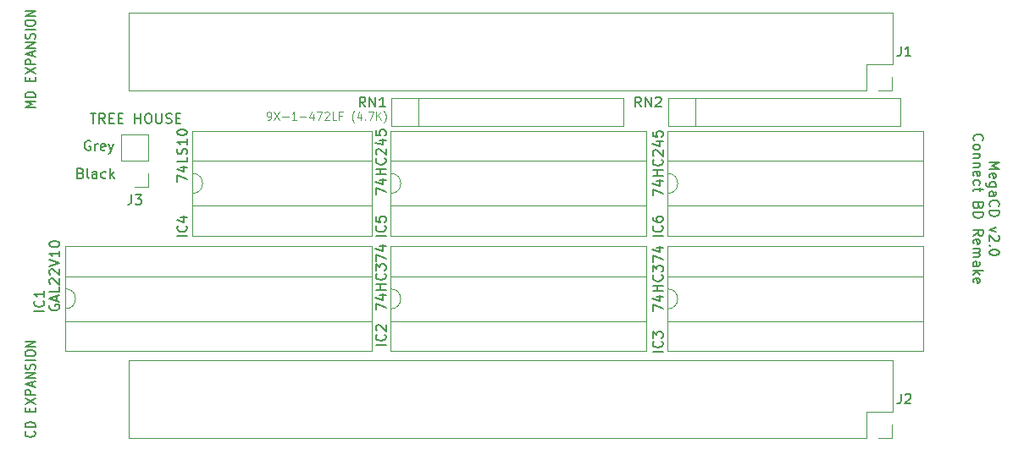
<source format=gto>
G04 #@! TF.GenerationSoftware,KiCad,Pcbnew,7.0.1-0*
G04 #@! TF.CreationDate,2023-05-14T20:02:35+01:00*
G04 #@! TF.ProjectId,MegaCD-Connect BD Remake,4d656761-4344-42d4-936f-6e6e65637420,rev?*
G04 #@! TF.SameCoordinates,Original*
G04 #@! TF.FileFunction,Legend,Top*
G04 #@! TF.FilePolarity,Positive*
%FSLAX46Y46*%
G04 Gerber Fmt 4.6, Leading zero omitted, Abs format (unit mm)*
G04 Created by KiCad (PCBNEW 7.0.1-0) date 2023-05-14 20:02:35*
%MOMM*%
%LPD*%
G01*
G04 APERTURE LIST*
%ADD10C,0.150000*%
%ADD11C,0.120000*%
%ADD12R,1.600000X2.400000*%
%ADD13O,1.600000X2.400000*%
%ADD14R,1.700000X1.700000*%
%ADD15O,1.700000X1.700000*%
%ADD16R,1.600000X1.600000*%
%ADD17O,1.600000X1.600000*%
G04 APERTURE END LIST*
D10*
X113918904Y-86555238D02*
X113823666Y-86507619D01*
X113823666Y-86507619D02*
X113680809Y-86507619D01*
X113680809Y-86507619D02*
X113537952Y-86555238D01*
X113537952Y-86555238D02*
X113442714Y-86650476D01*
X113442714Y-86650476D02*
X113395095Y-86745714D01*
X113395095Y-86745714D02*
X113347476Y-86936190D01*
X113347476Y-86936190D02*
X113347476Y-87079047D01*
X113347476Y-87079047D02*
X113395095Y-87269523D01*
X113395095Y-87269523D02*
X113442714Y-87364761D01*
X113442714Y-87364761D02*
X113537952Y-87460000D01*
X113537952Y-87460000D02*
X113680809Y-87507619D01*
X113680809Y-87507619D02*
X113776047Y-87507619D01*
X113776047Y-87507619D02*
X113918904Y-87460000D01*
X113918904Y-87460000D02*
X113966523Y-87412380D01*
X113966523Y-87412380D02*
X113966523Y-87079047D01*
X113966523Y-87079047D02*
X113776047Y-87079047D01*
X114395095Y-87507619D02*
X114395095Y-86840952D01*
X114395095Y-87031428D02*
X114442714Y-86936190D01*
X114442714Y-86936190D02*
X114490333Y-86888571D01*
X114490333Y-86888571D02*
X114585571Y-86840952D01*
X114585571Y-86840952D02*
X114680809Y-86840952D01*
X115395095Y-87460000D02*
X115299857Y-87507619D01*
X115299857Y-87507619D02*
X115109381Y-87507619D01*
X115109381Y-87507619D02*
X115014143Y-87460000D01*
X115014143Y-87460000D02*
X114966524Y-87364761D01*
X114966524Y-87364761D02*
X114966524Y-86983809D01*
X114966524Y-86983809D02*
X115014143Y-86888571D01*
X115014143Y-86888571D02*
X115109381Y-86840952D01*
X115109381Y-86840952D02*
X115299857Y-86840952D01*
X115299857Y-86840952D02*
X115395095Y-86888571D01*
X115395095Y-86888571D02*
X115442714Y-86983809D01*
X115442714Y-86983809D02*
X115442714Y-87079047D01*
X115442714Y-87079047D02*
X114966524Y-87174285D01*
X115776048Y-86840952D02*
X116014143Y-87507619D01*
X116252238Y-86840952D02*
X116014143Y-87507619D01*
X116014143Y-87507619D02*
X115918905Y-87745714D01*
X115918905Y-87745714D02*
X115871286Y-87793333D01*
X115871286Y-87793333D02*
X115776048Y-87840952D01*
X203799380Y-88725952D02*
X204799380Y-88725952D01*
X204799380Y-88725952D02*
X204085095Y-89059285D01*
X204085095Y-89059285D02*
X204799380Y-89392618D01*
X204799380Y-89392618D02*
X203799380Y-89392618D01*
X203847000Y-90249761D02*
X203799380Y-90154523D01*
X203799380Y-90154523D02*
X203799380Y-89964047D01*
X203799380Y-89964047D02*
X203847000Y-89868809D01*
X203847000Y-89868809D02*
X203942238Y-89821190D01*
X203942238Y-89821190D02*
X204323190Y-89821190D01*
X204323190Y-89821190D02*
X204418428Y-89868809D01*
X204418428Y-89868809D02*
X204466047Y-89964047D01*
X204466047Y-89964047D02*
X204466047Y-90154523D01*
X204466047Y-90154523D02*
X204418428Y-90249761D01*
X204418428Y-90249761D02*
X204323190Y-90297380D01*
X204323190Y-90297380D02*
X204227952Y-90297380D01*
X204227952Y-90297380D02*
X204132714Y-89821190D01*
X204466047Y-91154523D02*
X203656523Y-91154523D01*
X203656523Y-91154523D02*
X203561285Y-91106904D01*
X203561285Y-91106904D02*
X203513666Y-91059285D01*
X203513666Y-91059285D02*
X203466047Y-90964047D01*
X203466047Y-90964047D02*
X203466047Y-90821190D01*
X203466047Y-90821190D02*
X203513666Y-90725952D01*
X203847000Y-91154523D02*
X203799380Y-91059285D01*
X203799380Y-91059285D02*
X203799380Y-90868809D01*
X203799380Y-90868809D02*
X203847000Y-90773571D01*
X203847000Y-90773571D02*
X203894619Y-90725952D01*
X203894619Y-90725952D02*
X203989857Y-90678333D01*
X203989857Y-90678333D02*
X204275571Y-90678333D01*
X204275571Y-90678333D02*
X204370809Y-90725952D01*
X204370809Y-90725952D02*
X204418428Y-90773571D01*
X204418428Y-90773571D02*
X204466047Y-90868809D01*
X204466047Y-90868809D02*
X204466047Y-91059285D01*
X204466047Y-91059285D02*
X204418428Y-91154523D01*
X203799380Y-92059285D02*
X204323190Y-92059285D01*
X204323190Y-92059285D02*
X204418428Y-92011666D01*
X204418428Y-92011666D02*
X204466047Y-91916428D01*
X204466047Y-91916428D02*
X204466047Y-91725952D01*
X204466047Y-91725952D02*
X204418428Y-91630714D01*
X203847000Y-92059285D02*
X203799380Y-91964047D01*
X203799380Y-91964047D02*
X203799380Y-91725952D01*
X203799380Y-91725952D02*
X203847000Y-91630714D01*
X203847000Y-91630714D02*
X203942238Y-91583095D01*
X203942238Y-91583095D02*
X204037476Y-91583095D01*
X204037476Y-91583095D02*
X204132714Y-91630714D01*
X204132714Y-91630714D02*
X204180333Y-91725952D01*
X204180333Y-91725952D02*
X204180333Y-91964047D01*
X204180333Y-91964047D02*
X204227952Y-92059285D01*
X203894619Y-93106904D02*
X203847000Y-93059285D01*
X203847000Y-93059285D02*
X203799380Y-92916428D01*
X203799380Y-92916428D02*
X203799380Y-92821190D01*
X203799380Y-92821190D02*
X203847000Y-92678333D01*
X203847000Y-92678333D02*
X203942238Y-92583095D01*
X203942238Y-92583095D02*
X204037476Y-92535476D01*
X204037476Y-92535476D02*
X204227952Y-92487857D01*
X204227952Y-92487857D02*
X204370809Y-92487857D01*
X204370809Y-92487857D02*
X204561285Y-92535476D01*
X204561285Y-92535476D02*
X204656523Y-92583095D01*
X204656523Y-92583095D02*
X204751761Y-92678333D01*
X204751761Y-92678333D02*
X204799380Y-92821190D01*
X204799380Y-92821190D02*
X204799380Y-92916428D01*
X204799380Y-92916428D02*
X204751761Y-93059285D01*
X204751761Y-93059285D02*
X204704142Y-93106904D01*
X203799380Y-93535476D02*
X204799380Y-93535476D01*
X204799380Y-93535476D02*
X204799380Y-93773571D01*
X204799380Y-93773571D02*
X204751761Y-93916428D01*
X204751761Y-93916428D02*
X204656523Y-94011666D01*
X204656523Y-94011666D02*
X204561285Y-94059285D01*
X204561285Y-94059285D02*
X204370809Y-94106904D01*
X204370809Y-94106904D02*
X204227952Y-94106904D01*
X204227952Y-94106904D02*
X204037476Y-94059285D01*
X204037476Y-94059285D02*
X203942238Y-94011666D01*
X203942238Y-94011666D02*
X203847000Y-93916428D01*
X203847000Y-93916428D02*
X203799380Y-93773571D01*
X203799380Y-93773571D02*
X203799380Y-93535476D01*
X204466047Y-95202143D02*
X203799380Y-95440238D01*
X203799380Y-95440238D02*
X204466047Y-95678333D01*
X204704142Y-96011667D02*
X204751761Y-96059286D01*
X204751761Y-96059286D02*
X204799380Y-96154524D01*
X204799380Y-96154524D02*
X204799380Y-96392619D01*
X204799380Y-96392619D02*
X204751761Y-96487857D01*
X204751761Y-96487857D02*
X204704142Y-96535476D01*
X204704142Y-96535476D02*
X204608904Y-96583095D01*
X204608904Y-96583095D02*
X204513666Y-96583095D01*
X204513666Y-96583095D02*
X204370809Y-96535476D01*
X204370809Y-96535476D02*
X203799380Y-95964048D01*
X203799380Y-95964048D02*
X203799380Y-96583095D01*
X203894619Y-97011667D02*
X203847000Y-97059286D01*
X203847000Y-97059286D02*
X203799380Y-97011667D01*
X203799380Y-97011667D02*
X203847000Y-96964048D01*
X203847000Y-96964048D02*
X203894619Y-97011667D01*
X203894619Y-97011667D02*
X203799380Y-97011667D01*
X204799380Y-97678333D02*
X204799380Y-97773571D01*
X204799380Y-97773571D02*
X204751761Y-97868809D01*
X204751761Y-97868809D02*
X204704142Y-97916428D01*
X204704142Y-97916428D02*
X204608904Y-97964047D01*
X204608904Y-97964047D02*
X204418428Y-98011666D01*
X204418428Y-98011666D02*
X204180333Y-98011666D01*
X204180333Y-98011666D02*
X203989857Y-97964047D01*
X203989857Y-97964047D02*
X203894619Y-97916428D01*
X203894619Y-97916428D02*
X203847000Y-97868809D01*
X203847000Y-97868809D02*
X203799380Y-97773571D01*
X203799380Y-97773571D02*
X203799380Y-97678333D01*
X203799380Y-97678333D02*
X203847000Y-97583095D01*
X203847000Y-97583095D02*
X203894619Y-97535476D01*
X203894619Y-97535476D02*
X203989857Y-97487857D01*
X203989857Y-97487857D02*
X204180333Y-97440238D01*
X204180333Y-97440238D02*
X204418428Y-97440238D01*
X204418428Y-97440238D02*
X204608904Y-97487857D01*
X204608904Y-97487857D02*
X204704142Y-97535476D01*
X204704142Y-97535476D02*
X204751761Y-97583095D01*
X204751761Y-97583095D02*
X204799380Y-97678333D01*
X202274619Y-86511665D02*
X202227000Y-86464046D01*
X202227000Y-86464046D02*
X202179380Y-86321189D01*
X202179380Y-86321189D02*
X202179380Y-86225951D01*
X202179380Y-86225951D02*
X202227000Y-86083094D01*
X202227000Y-86083094D02*
X202322238Y-85987856D01*
X202322238Y-85987856D02*
X202417476Y-85940237D01*
X202417476Y-85940237D02*
X202607952Y-85892618D01*
X202607952Y-85892618D02*
X202750809Y-85892618D01*
X202750809Y-85892618D02*
X202941285Y-85940237D01*
X202941285Y-85940237D02*
X203036523Y-85987856D01*
X203036523Y-85987856D02*
X203131761Y-86083094D01*
X203131761Y-86083094D02*
X203179380Y-86225951D01*
X203179380Y-86225951D02*
X203179380Y-86321189D01*
X203179380Y-86321189D02*
X203131761Y-86464046D01*
X203131761Y-86464046D02*
X203084142Y-86511665D01*
X202179380Y-87083094D02*
X202227000Y-86987856D01*
X202227000Y-86987856D02*
X202274619Y-86940237D01*
X202274619Y-86940237D02*
X202369857Y-86892618D01*
X202369857Y-86892618D02*
X202655571Y-86892618D01*
X202655571Y-86892618D02*
X202750809Y-86940237D01*
X202750809Y-86940237D02*
X202798428Y-86987856D01*
X202798428Y-86987856D02*
X202846047Y-87083094D01*
X202846047Y-87083094D02*
X202846047Y-87225951D01*
X202846047Y-87225951D02*
X202798428Y-87321189D01*
X202798428Y-87321189D02*
X202750809Y-87368808D01*
X202750809Y-87368808D02*
X202655571Y-87416427D01*
X202655571Y-87416427D02*
X202369857Y-87416427D01*
X202369857Y-87416427D02*
X202274619Y-87368808D01*
X202274619Y-87368808D02*
X202227000Y-87321189D01*
X202227000Y-87321189D02*
X202179380Y-87225951D01*
X202179380Y-87225951D02*
X202179380Y-87083094D01*
X202846047Y-87844999D02*
X202179380Y-87844999D01*
X202750809Y-87844999D02*
X202798428Y-87892618D01*
X202798428Y-87892618D02*
X202846047Y-87987856D01*
X202846047Y-87987856D02*
X202846047Y-88130713D01*
X202846047Y-88130713D02*
X202798428Y-88225951D01*
X202798428Y-88225951D02*
X202703190Y-88273570D01*
X202703190Y-88273570D02*
X202179380Y-88273570D01*
X202846047Y-88749761D02*
X202179380Y-88749761D01*
X202750809Y-88749761D02*
X202798428Y-88797380D01*
X202798428Y-88797380D02*
X202846047Y-88892618D01*
X202846047Y-88892618D02*
X202846047Y-89035475D01*
X202846047Y-89035475D02*
X202798428Y-89130713D01*
X202798428Y-89130713D02*
X202703190Y-89178332D01*
X202703190Y-89178332D02*
X202179380Y-89178332D01*
X202227000Y-90035475D02*
X202179380Y-89940237D01*
X202179380Y-89940237D02*
X202179380Y-89749761D01*
X202179380Y-89749761D02*
X202227000Y-89654523D01*
X202227000Y-89654523D02*
X202322238Y-89606904D01*
X202322238Y-89606904D02*
X202703190Y-89606904D01*
X202703190Y-89606904D02*
X202798428Y-89654523D01*
X202798428Y-89654523D02*
X202846047Y-89749761D01*
X202846047Y-89749761D02*
X202846047Y-89940237D01*
X202846047Y-89940237D02*
X202798428Y-90035475D01*
X202798428Y-90035475D02*
X202703190Y-90083094D01*
X202703190Y-90083094D02*
X202607952Y-90083094D01*
X202607952Y-90083094D02*
X202512714Y-89606904D01*
X202227000Y-90940237D02*
X202179380Y-90844999D01*
X202179380Y-90844999D02*
X202179380Y-90654523D01*
X202179380Y-90654523D02*
X202227000Y-90559285D01*
X202227000Y-90559285D02*
X202274619Y-90511666D01*
X202274619Y-90511666D02*
X202369857Y-90464047D01*
X202369857Y-90464047D02*
X202655571Y-90464047D01*
X202655571Y-90464047D02*
X202750809Y-90511666D01*
X202750809Y-90511666D02*
X202798428Y-90559285D01*
X202798428Y-90559285D02*
X202846047Y-90654523D01*
X202846047Y-90654523D02*
X202846047Y-90844999D01*
X202846047Y-90844999D02*
X202798428Y-90940237D01*
X202846047Y-91225952D02*
X202846047Y-91606904D01*
X203179380Y-91368809D02*
X202322238Y-91368809D01*
X202322238Y-91368809D02*
X202227000Y-91416428D01*
X202227000Y-91416428D02*
X202179380Y-91511666D01*
X202179380Y-91511666D02*
X202179380Y-91606904D01*
X202703190Y-93035476D02*
X202655571Y-93178333D01*
X202655571Y-93178333D02*
X202607952Y-93225952D01*
X202607952Y-93225952D02*
X202512714Y-93273571D01*
X202512714Y-93273571D02*
X202369857Y-93273571D01*
X202369857Y-93273571D02*
X202274619Y-93225952D01*
X202274619Y-93225952D02*
X202227000Y-93178333D01*
X202227000Y-93178333D02*
X202179380Y-93083095D01*
X202179380Y-93083095D02*
X202179380Y-92702143D01*
X202179380Y-92702143D02*
X203179380Y-92702143D01*
X203179380Y-92702143D02*
X203179380Y-93035476D01*
X203179380Y-93035476D02*
X203131761Y-93130714D01*
X203131761Y-93130714D02*
X203084142Y-93178333D01*
X203084142Y-93178333D02*
X202988904Y-93225952D01*
X202988904Y-93225952D02*
X202893666Y-93225952D01*
X202893666Y-93225952D02*
X202798428Y-93178333D01*
X202798428Y-93178333D02*
X202750809Y-93130714D01*
X202750809Y-93130714D02*
X202703190Y-93035476D01*
X202703190Y-93035476D02*
X202703190Y-92702143D01*
X202179380Y-93702143D02*
X203179380Y-93702143D01*
X203179380Y-93702143D02*
X203179380Y-93940238D01*
X203179380Y-93940238D02*
X203131761Y-94083095D01*
X203131761Y-94083095D02*
X203036523Y-94178333D01*
X203036523Y-94178333D02*
X202941285Y-94225952D01*
X202941285Y-94225952D02*
X202750809Y-94273571D01*
X202750809Y-94273571D02*
X202607952Y-94273571D01*
X202607952Y-94273571D02*
X202417476Y-94225952D01*
X202417476Y-94225952D02*
X202322238Y-94178333D01*
X202322238Y-94178333D02*
X202227000Y-94083095D01*
X202227000Y-94083095D02*
X202179380Y-93940238D01*
X202179380Y-93940238D02*
X202179380Y-93702143D01*
X202179380Y-96035476D02*
X202655571Y-95702143D01*
X202179380Y-95464048D02*
X203179380Y-95464048D01*
X203179380Y-95464048D02*
X203179380Y-95845000D01*
X203179380Y-95845000D02*
X203131761Y-95940238D01*
X203131761Y-95940238D02*
X203084142Y-95987857D01*
X203084142Y-95987857D02*
X202988904Y-96035476D01*
X202988904Y-96035476D02*
X202846047Y-96035476D01*
X202846047Y-96035476D02*
X202750809Y-95987857D01*
X202750809Y-95987857D02*
X202703190Y-95940238D01*
X202703190Y-95940238D02*
X202655571Y-95845000D01*
X202655571Y-95845000D02*
X202655571Y-95464048D01*
X202227000Y-96845000D02*
X202179380Y-96749762D01*
X202179380Y-96749762D02*
X202179380Y-96559286D01*
X202179380Y-96559286D02*
X202227000Y-96464048D01*
X202227000Y-96464048D02*
X202322238Y-96416429D01*
X202322238Y-96416429D02*
X202703190Y-96416429D01*
X202703190Y-96416429D02*
X202798428Y-96464048D01*
X202798428Y-96464048D02*
X202846047Y-96559286D01*
X202846047Y-96559286D02*
X202846047Y-96749762D01*
X202846047Y-96749762D02*
X202798428Y-96845000D01*
X202798428Y-96845000D02*
X202703190Y-96892619D01*
X202703190Y-96892619D02*
X202607952Y-96892619D01*
X202607952Y-96892619D02*
X202512714Y-96416429D01*
X202179380Y-97321191D02*
X202846047Y-97321191D01*
X202750809Y-97321191D02*
X202798428Y-97368810D01*
X202798428Y-97368810D02*
X202846047Y-97464048D01*
X202846047Y-97464048D02*
X202846047Y-97606905D01*
X202846047Y-97606905D02*
X202798428Y-97702143D01*
X202798428Y-97702143D02*
X202703190Y-97749762D01*
X202703190Y-97749762D02*
X202179380Y-97749762D01*
X202703190Y-97749762D02*
X202798428Y-97797381D01*
X202798428Y-97797381D02*
X202846047Y-97892619D01*
X202846047Y-97892619D02*
X202846047Y-98035476D01*
X202846047Y-98035476D02*
X202798428Y-98130715D01*
X202798428Y-98130715D02*
X202703190Y-98178334D01*
X202703190Y-98178334D02*
X202179380Y-98178334D01*
X202179380Y-99083095D02*
X202703190Y-99083095D01*
X202703190Y-99083095D02*
X202798428Y-99035476D01*
X202798428Y-99035476D02*
X202846047Y-98940238D01*
X202846047Y-98940238D02*
X202846047Y-98749762D01*
X202846047Y-98749762D02*
X202798428Y-98654524D01*
X202227000Y-99083095D02*
X202179380Y-98987857D01*
X202179380Y-98987857D02*
X202179380Y-98749762D01*
X202179380Y-98749762D02*
X202227000Y-98654524D01*
X202227000Y-98654524D02*
X202322238Y-98606905D01*
X202322238Y-98606905D02*
X202417476Y-98606905D01*
X202417476Y-98606905D02*
X202512714Y-98654524D01*
X202512714Y-98654524D02*
X202560333Y-98749762D01*
X202560333Y-98749762D02*
X202560333Y-98987857D01*
X202560333Y-98987857D02*
X202607952Y-99083095D01*
X202179380Y-99559286D02*
X203179380Y-99559286D01*
X202560333Y-99654524D02*
X202179380Y-99940238D01*
X202846047Y-99940238D02*
X202465095Y-99559286D01*
X202227000Y-100749762D02*
X202179380Y-100654524D01*
X202179380Y-100654524D02*
X202179380Y-100464048D01*
X202179380Y-100464048D02*
X202227000Y-100368810D01*
X202227000Y-100368810D02*
X202322238Y-100321191D01*
X202322238Y-100321191D02*
X202703190Y-100321191D01*
X202703190Y-100321191D02*
X202798428Y-100368810D01*
X202798428Y-100368810D02*
X202846047Y-100464048D01*
X202846047Y-100464048D02*
X202846047Y-100654524D01*
X202846047Y-100654524D02*
X202798428Y-100749762D01*
X202798428Y-100749762D02*
X202703190Y-100797381D01*
X202703190Y-100797381D02*
X202607952Y-100797381D01*
X202607952Y-100797381D02*
X202512714Y-100321191D01*
X112966428Y-89777809D02*
X113109285Y-89825428D01*
X113109285Y-89825428D02*
X113156904Y-89873047D01*
X113156904Y-89873047D02*
X113204523Y-89968285D01*
X113204523Y-89968285D02*
X113204523Y-90111142D01*
X113204523Y-90111142D02*
X113156904Y-90206380D01*
X113156904Y-90206380D02*
X113109285Y-90254000D01*
X113109285Y-90254000D02*
X113014047Y-90301619D01*
X113014047Y-90301619D02*
X112633095Y-90301619D01*
X112633095Y-90301619D02*
X112633095Y-89301619D01*
X112633095Y-89301619D02*
X112966428Y-89301619D01*
X112966428Y-89301619D02*
X113061666Y-89349238D01*
X113061666Y-89349238D02*
X113109285Y-89396857D01*
X113109285Y-89396857D02*
X113156904Y-89492095D01*
X113156904Y-89492095D02*
X113156904Y-89587333D01*
X113156904Y-89587333D02*
X113109285Y-89682571D01*
X113109285Y-89682571D02*
X113061666Y-89730190D01*
X113061666Y-89730190D02*
X112966428Y-89777809D01*
X112966428Y-89777809D02*
X112633095Y-89777809D01*
X113775952Y-90301619D02*
X113680714Y-90254000D01*
X113680714Y-90254000D02*
X113633095Y-90158761D01*
X113633095Y-90158761D02*
X113633095Y-89301619D01*
X114585476Y-90301619D02*
X114585476Y-89777809D01*
X114585476Y-89777809D02*
X114537857Y-89682571D01*
X114537857Y-89682571D02*
X114442619Y-89634952D01*
X114442619Y-89634952D02*
X114252143Y-89634952D01*
X114252143Y-89634952D02*
X114156905Y-89682571D01*
X114585476Y-90254000D02*
X114490238Y-90301619D01*
X114490238Y-90301619D02*
X114252143Y-90301619D01*
X114252143Y-90301619D02*
X114156905Y-90254000D01*
X114156905Y-90254000D02*
X114109286Y-90158761D01*
X114109286Y-90158761D02*
X114109286Y-90063523D01*
X114109286Y-90063523D02*
X114156905Y-89968285D01*
X114156905Y-89968285D02*
X114252143Y-89920666D01*
X114252143Y-89920666D02*
X114490238Y-89920666D01*
X114490238Y-89920666D02*
X114585476Y-89873047D01*
X115490238Y-90254000D02*
X115395000Y-90301619D01*
X115395000Y-90301619D02*
X115204524Y-90301619D01*
X115204524Y-90301619D02*
X115109286Y-90254000D01*
X115109286Y-90254000D02*
X115061667Y-90206380D01*
X115061667Y-90206380D02*
X115014048Y-90111142D01*
X115014048Y-90111142D02*
X115014048Y-89825428D01*
X115014048Y-89825428D02*
X115061667Y-89730190D01*
X115061667Y-89730190D02*
X115109286Y-89682571D01*
X115109286Y-89682571D02*
X115204524Y-89634952D01*
X115204524Y-89634952D02*
X115395000Y-89634952D01*
X115395000Y-89634952D02*
X115490238Y-89682571D01*
X115918810Y-90301619D02*
X115918810Y-89301619D01*
X116014048Y-89920666D02*
X116299762Y-90301619D01*
X116299762Y-89634952D02*
X115918810Y-90015904D01*
X143464619Y-96099189D02*
X142464619Y-96099189D01*
X143369380Y-95051571D02*
X143417000Y-95099190D01*
X143417000Y-95099190D02*
X143464619Y-95242047D01*
X143464619Y-95242047D02*
X143464619Y-95337285D01*
X143464619Y-95337285D02*
X143417000Y-95480142D01*
X143417000Y-95480142D02*
X143321761Y-95575380D01*
X143321761Y-95575380D02*
X143226523Y-95622999D01*
X143226523Y-95622999D02*
X143036047Y-95670618D01*
X143036047Y-95670618D02*
X142893190Y-95670618D01*
X142893190Y-95670618D02*
X142702714Y-95622999D01*
X142702714Y-95622999D02*
X142607476Y-95575380D01*
X142607476Y-95575380D02*
X142512238Y-95480142D01*
X142512238Y-95480142D02*
X142464619Y-95337285D01*
X142464619Y-95337285D02*
X142464619Y-95242047D01*
X142464619Y-95242047D02*
X142512238Y-95099190D01*
X142512238Y-95099190D02*
X142559857Y-95051571D01*
X142464619Y-94146809D02*
X142464619Y-94622999D01*
X142464619Y-94622999D02*
X142940809Y-94670618D01*
X142940809Y-94670618D02*
X142893190Y-94622999D01*
X142893190Y-94622999D02*
X142845571Y-94527761D01*
X142845571Y-94527761D02*
X142845571Y-94289666D01*
X142845571Y-94289666D02*
X142893190Y-94194428D01*
X142893190Y-94194428D02*
X142940809Y-94146809D01*
X142940809Y-94146809D02*
X143036047Y-94099190D01*
X143036047Y-94099190D02*
X143274142Y-94099190D01*
X143274142Y-94099190D02*
X143369380Y-94146809D01*
X143369380Y-94146809D02*
X143417000Y-94194428D01*
X143417000Y-94194428D02*
X143464619Y-94289666D01*
X143464619Y-94289666D02*
X143464619Y-94527761D01*
X143464619Y-94527761D02*
X143417000Y-94622999D01*
X143417000Y-94622999D02*
X143369380Y-94670618D01*
X142464619Y-91907904D02*
X142464619Y-91241238D01*
X142464619Y-91241238D02*
X143464619Y-91669809D01*
X142797952Y-90431714D02*
X143464619Y-90431714D01*
X142417000Y-90669809D02*
X143131285Y-90907904D01*
X143131285Y-90907904D02*
X143131285Y-90288857D01*
X143464619Y-89907904D02*
X142464619Y-89907904D01*
X142940809Y-89907904D02*
X142940809Y-89336476D01*
X143464619Y-89336476D02*
X142464619Y-89336476D01*
X143369380Y-88288857D02*
X143417000Y-88336476D01*
X143417000Y-88336476D02*
X143464619Y-88479333D01*
X143464619Y-88479333D02*
X143464619Y-88574571D01*
X143464619Y-88574571D02*
X143417000Y-88717428D01*
X143417000Y-88717428D02*
X143321761Y-88812666D01*
X143321761Y-88812666D02*
X143226523Y-88860285D01*
X143226523Y-88860285D02*
X143036047Y-88907904D01*
X143036047Y-88907904D02*
X142893190Y-88907904D01*
X142893190Y-88907904D02*
X142702714Y-88860285D01*
X142702714Y-88860285D02*
X142607476Y-88812666D01*
X142607476Y-88812666D02*
X142512238Y-88717428D01*
X142512238Y-88717428D02*
X142464619Y-88574571D01*
X142464619Y-88574571D02*
X142464619Y-88479333D01*
X142464619Y-88479333D02*
X142512238Y-88336476D01*
X142512238Y-88336476D02*
X142559857Y-88288857D01*
X142559857Y-87907904D02*
X142512238Y-87860285D01*
X142512238Y-87860285D02*
X142464619Y-87765047D01*
X142464619Y-87765047D02*
X142464619Y-87526952D01*
X142464619Y-87526952D02*
X142512238Y-87431714D01*
X142512238Y-87431714D02*
X142559857Y-87384095D01*
X142559857Y-87384095D02*
X142655095Y-87336476D01*
X142655095Y-87336476D02*
X142750333Y-87336476D01*
X142750333Y-87336476D02*
X142893190Y-87384095D01*
X142893190Y-87384095D02*
X143464619Y-87955523D01*
X143464619Y-87955523D02*
X143464619Y-87336476D01*
X142797952Y-86479333D02*
X143464619Y-86479333D01*
X142417000Y-86717428D02*
X143131285Y-86955523D01*
X143131285Y-86955523D02*
X143131285Y-86336476D01*
X142464619Y-85479333D02*
X142464619Y-85955523D01*
X142464619Y-85955523D02*
X142940809Y-86003142D01*
X142940809Y-86003142D02*
X142893190Y-85955523D01*
X142893190Y-85955523D02*
X142845571Y-85860285D01*
X142845571Y-85860285D02*
X142845571Y-85622190D01*
X142845571Y-85622190D02*
X142893190Y-85526952D01*
X142893190Y-85526952D02*
X142940809Y-85479333D01*
X142940809Y-85479333D02*
X143036047Y-85431714D01*
X143036047Y-85431714D02*
X143274142Y-85431714D01*
X143274142Y-85431714D02*
X143369380Y-85479333D01*
X143369380Y-85479333D02*
X143417000Y-85526952D01*
X143417000Y-85526952D02*
X143464619Y-85622190D01*
X143464619Y-85622190D02*
X143464619Y-85860285D01*
X143464619Y-85860285D02*
X143417000Y-85955523D01*
X143417000Y-85955523D02*
X143369380Y-86003142D01*
X123608619Y-96099189D02*
X122608619Y-96099189D01*
X123513380Y-95051571D02*
X123561000Y-95099190D01*
X123561000Y-95099190D02*
X123608619Y-95242047D01*
X123608619Y-95242047D02*
X123608619Y-95337285D01*
X123608619Y-95337285D02*
X123561000Y-95480142D01*
X123561000Y-95480142D02*
X123465761Y-95575380D01*
X123465761Y-95575380D02*
X123370523Y-95622999D01*
X123370523Y-95622999D02*
X123180047Y-95670618D01*
X123180047Y-95670618D02*
X123037190Y-95670618D01*
X123037190Y-95670618D02*
X122846714Y-95622999D01*
X122846714Y-95622999D02*
X122751476Y-95575380D01*
X122751476Y-95575380D02*
X122656238Y-95480142D01*
X122656238Y-95480142D02*
X122608619Y-95337285D01*
X122608619Y-95337285D02*
X122608619Y-95242047D01*
X122608619Y-95242047D02*
X122656238Y-95099190D01*
X122656238Y-95099190D02*
X122703857Y-95051571D01*
X122941952Y-94194428D02*
X123608619Y-94194428D01*
X122561000Y-94432523D02*
X123275285Y-94670618D01*
X123275285Y-94670618D02*
X123275285Y-94051571D01*
X122608619Y-90642856D02*
X122608619Y-89976190D01*
X122608619Y-89976190D02*
X123608619Y-90404761D01*
X122941952Y-89166666D02*
X123608619Y-89166666D01*
X122561000Y-89404761D02*
X123275285Y-89642856D01*
X123275285Y-89642856D02*
X123275285Y-89023809D01*
X123608619Y-88166666D02*
X123608619Y-88642856D01*
X123608619Y-88642856D02*
X122608619Y-88642856D01*
X123561000Y-87880951D02*
X123608619Y-87738094D01*
X123608619Y-87738094D02*
X123608619Y-87499999D01*
X123608619Y-87499999D02*
X123561000Y-87404761D01*
X123561000Y-87404761D02*
X123513380Y-87357142D01*
X123513380Y-87357142D02*
X123418142Y-87309523D01*
X123418142Y-87309523D02*
X123322904Y-87309523D01*
X123322904Y-87309523D02*
X123227666Y-87357142D01*
X123227666Y-87357142D02*
X123180047Y-87404761D01*
X123180047Y-87404761D02*
X123132428Y-87499999D01*
X123132428Y-87499999D02*
X123084809Y-87690475D01*
X123084809Y-87690475D02*
X123037190Y-87785713D01*
X123037190Y-87785713D02*
X122989571Y-87833332D01*
X122989571Y-87833332D02*
X122894333Y-87880951D01*
X122894333Y-87880951D02*
X122799095Y-87880951D01*
X122799095Y-87880951D02*
X122703857Y-87833332D01*
X122703857Y-87833332D02*
X122656238Y-87785713D01*
X122656238Y-87785713D02*
X122608619Y-87690475D01*
X122608619Y-87690475D02*
X122608619Y-87452380D01*
X122608619Y-87452380D02*
X122656238Y-87309523D01*
X123608619Y-86357142D02*
X123608619Y-86928570D01*
X123608619Y-86642856D02*
X122608619Y-86642856D01*
X122608619Y-86642856D02*
X122751476Y-86738094D01*
X122751476Y-86738094D02*
X122846714Y-86833332D01*
X122846714Y-86833332D02*
X122894333Y-86928570D01*
X122608619Y-85738094D02*
X122608619Y-85642856D01*
X122608619Y-85642856D02*
X122656238Y-85547618D01*
X122656238Y-85547618D02*
X122703857Y-85499999D01*
X122703857Y-85499999D02*
X122799095Y-85452380D01*
X122799095Y-85452380D02*
X122989571Y-85404761D01*
X122989571Y-85404761D02*
X123227666Y-85404761D01*
X123227666Y-85404761D02*
X123418142Y-85452380D01*
X123418142Y-85452380D02*
X123513380Y-85499999D01*
X123513380Y-85499999D02*
X123561000Y-85547618D01*
X123561000Y-85547618D02*
X123608619Y-85642856D01*
X123608619Y-85642856D02*
X123608619Y-85738094D01*
X123608619Y-85738094D02*
X123561000Y-85833332D01*
X123561000Y-85833332D02*
X123513380Y-85880951D01*
X123513380Y-85880951D02*
X123418142Y-85928570D01*
X123418142Y-85928570D02*
X123227666Y-85976189D01*
X123227666Y-85976189D02*
X122989571Y-85976189D01*
X122989571Y-85976189D02*
X122799095Y-85928570D01*
X122799095Y-85928570D02*
X122703857Y-85880951D01*
X122703857Y-85880951D02*
X122656238Y-85833332D01*
X122656238Y-85833332D02*
X122608619Y-85738094D01*
X171150619Y-107656189D02*
X170150619Y-107656189D01*
X171055380Y-106608571D02*
X171103000Y-106656190D01*
X171103000Y-106656190D02*
X171150619Y-106799047D01*
X171150619Y-106799047D02*
X171150619Y-106894285D01*
X171150619Y-106894285D02*
X171103000Y-107037142D01*
X171103000Y-107037142D02*
X171007761Y-107132380D01*
X171007761Y-107132380D02*
X170912523Y-107179999D01*
X170912523Y-107179999D02*
X170722047Y-107227618D01*
X170722047Y-107227618D02*
X170579190Y-107227618D01*
X170579190Y-107227618D02*
X170388714Y-107179999D01*
X170388714Y-107179999D02*
X170293476Y-107132380D01*
X170293476Y-107132380D02*
X170198238Y-107037142D01*
X170198238Y-107037142D02*
X170150619Y-106894285D01*
X170150619Y-106894285D02*
X170150619Y-106799047D01*
X170150619Y-106799047D02*
X170198238Y-106656190D01*
X170198238Y-106656190D02*
X170245857Y-106608571D01*
X170150619Y-106275237D02*
X170150619Y-105656190D01*
X170150619Y-105656190D02*
X170531571Y-105989523D01*
X170531571Y-105989523D02*
X170531571Y-105846666D01*
X170531571Y-105846666D02*
X170579190Y-105751428D01*
X170579190Y-105751428D02*
X170626809Y-105703809D01*
X170626809Y-105703809D02*
X170722047Y-105656190D01*
X170722047Y-105656190D02*
X170960142Y-105656190D01*
X170960142Y-105656190D02*
X171055380Y-105703809D01*
X171055380Y-105703809D02*
X171103000Y-105751428D01*
X171103000Y-105751428D02*
X171150619Y-105846666D01*
X171150619Y-105846666D02*
X171150619Y-106132380D01*
X171150619Y-106132380D02*
X171103000Y-106227618D01*
X171103000Y-106227618D02*
X171055380Y-106275237D01*
X170150619Y-103591904D02*
X170150619Y-102925238D01*
X170150619Y-102925238D02*
X171150619Y-103353809D01*
X170483952Y-102115714D02*
X171150619Y-102115714D01*
X170103000Y-102353809D02*
X170817285Y-102591904D01*
X170817285Y-102591904D02*
X170817285Y-101972857D01*
X171150619Y-101591904D02*
X170150619Y-101591904D01*
X170626809Y-101591904D02*
X170626809Y-101020476D01*
X171150619Y-101020476D02*
X170150619Y-101020476D01*
X171055380Y-99972857D02*
X171103000Y-100020476D01*
X171103000Y-100020476D02*
X171150619Y-100163333D01*
X171150619Y-100163333D02*
X171150619Y-100258571D01*
X171150619Y-100258571D02*
X171103000Y-100401428D01*
X171103000Y-100401428D02*
X171007761Y-100496666D01*
X171007761Y-100496666D02*
X170912523Y-100544285D01*
X170912523Y-100544285D02*
X170722047Y-100591904D01*
X170722047Y-100591904D02*
X170579190Y-100591904D01*
X170579190Y-100591904D02*
X170388714Y-100544285D01*
X170388714Y-100544285D02*
X170293476Y-100496666D01*
X170293476Y-100496666D02*
X170198238Y-100401428D01*
X170198238Y-100401428D02*
X170150619Y-100258571D01*
X170150619Y-100258571D02*
X170150619Y-100163333D01*
X170150619Y-100163333D02*
X170198238Y-100020476D01*
X170198238Y-100020476D02*
X170245857Y-99972857D01*
X170150619Y-99639523D02*
X170150619Y-99020476D01*
X170150619Y-99020476D02*
X170531571Y-99353809D01*
X170531571Y-99353809D02*
X170531571Y-99210952D01*
X170531571Y-99210952D02*
X170579190Y-99115714D01*
X170579190Y-99115714D02*
X170626809Y-99068095D01*
X170626809Y-99068095D02*
X170722047Y-99020476D01*
X170722047Y-99020476D02*
X170960142Y-99020476D01*
X170960142Y-99020476D02*
X171055380Y-99068095D01*
X171055380Y-99068095D02*
X171103000Y-99115714D01*
X171103000Y-99115714D02*
X171150619Y-99210952D01*
X171150619Y-99210952D02*
X171150619Y-99496666D01*
X171150619Y-99496666D02*
X171103000Y-99591904D01*
X171103000Y-99591904D02*
X171055380Y-99639523D01*
X170150619Y-98687142D02*
X170150619Y-98020476D01*
X170150619Y-98020476D02*
X171150619Y-98449047D01*
X170483952Y-97210952D02*
X171150619Y-97210952D01*
X170103000Y-97449047D02*
X170817285Y-97687142D01*
X170817285Y-97687142D02*
X170817285Y-97068095D01*
X118030666Y-91918619D02*
X118030666Y-92632904D01*
X118030666Y-92632904D02*
X117983047Y-92775761D01*
X117983047Y-92775761D02*
X117887809Y-92871000D01*
X117887809Y-92871000D02*
X117744952Y-92918619D01*
X117744952Y-92918619D02*
X117649714Y-92918619D01*
X118411619Y-91918619D02*
X119030666Y-91918619D01*
X119030666Y-91918619D02*
X118697333Y-92299571D01*
X118697333Y-92299571D02*
X118840190Y-92299571D01*
X118840190Y-92299571D02*
X118935428Y-92347190D01*
X118935428Y-92347190D02*
X118983047Y-92394809D01*
X118983047Y-92394809D02*
X119030666Y-92490047D01*
X119030666Y-92490047D02*
X119030666Y-92728142D01*
X119030666Y-92728142D02*
X118983047Y-92823380D01*
X118983047Y-92823380D02*
X118935428Y-92871000D01*
X118935428Y-92871000D02*
X118840190Y-92918619D01*
X118840190Y-92918619D02*
X118554476Y-92918619D01*
X118554476Y-92918619D02*
X118459238Y-92871000D01*
X118459238Y-92871000D02*
X118411619Y-92823380D01*
X113919571Y-83790619D02*
X114490999Y-83790619D01*
X114205285Y-84790619D02*
X114205285Y-83790619D01*
X115395761Y-84790619D02*
X115062428Y-84314428D01*
X114824333Y-84790619D02*
X114824333Y-83790619D01*
X114824333Y-83790619D02*
X115205285Y-83790619D01*
X115205285Y-83790619D02*
X115300523Y-83838238D01*
X115300523Y-83838238D02*
X115348142Y-83885857D01*
X115348142Y-83885857D02*
X115395761Y-83981095D01*
X115395761Y-83981095D02*
X115395761Y-84123952D01*
X115395761Y-84123952D02*
X115348142Y-84219190D01*
X115348142Y-84219190D02*
X115300523Y-84266809D01*
X115300523Y-84266809D02*
X115205285Y-84314428D01*
X115205285Y-84314428D02*
X114824333Y-84314428D01*
X115824333Y-84266809D02*
X116157666Y-84266809D01*
X116300523Y-84790619D02*
X115824333Y-84790619D01*
X115824333Y-84790619D02*
X115824333Y-83790619D01*
X115824333Y-83790619D02*
X116300523Y-83790619D01*
X116729095Y-84266809D02*
X117062428Y-84266809D01*
X117205285Y-84790619D02*
X116729095Y-84790619D01*
X116729095Y-84790619D02*
X116729095Y-83790619D01*
X116729095Y-83790619D02*
X117205285Y-83790619D01*
X118395762Y-84790619D02*
X118395762Y-83790619D01*
X118395762Y-84266809D02*
X118967190Y-84266809D01*
X118967190Y-84790619D02*
X118967190Y-83790619D01*
X119633857Y-83790619D02*
X119824333Y-83790619D01*
X119824333Y-83790619D02*
X119919571Y-83838238D01*
X119919571Y-83838238D02*
X120014809Y-83933476D01*
X120014809Y-83933476D02*
X120062428Y-84123952D01*
X120062428Y-84123952D02*
X120062428Y-84457285D01*
X120062428Y-84457285D02*
X120014809Y-84647761D01*
X120014809Y-84647761D02*
X119919571Y-84743000D01*
X119919571Y-84743000D02*
X119824333Y-84790619D01*
X119824333Y-84790619D02*
X119633857Y-84790619D01*
X119633857Y-84790619D02*
X119538619Y-84743000D01*
X119538619Y-84743000D02*
X119443381Y-84647761D01*
X119443381Y-84647761D02*
X119395762Y-84457285D01*
X119395762Y-84457285D02*
X119395762Y-84123952D01*
X119395762Y-84123952D02*
X119443381Y-83933476D01*
X119443381Y-83933476D02*
X119538619Y-83838238D01*
X119538619Y-83838238D02*
X119633857Y-83790619D01*
X120491000Y-83790619D02*
X120491000Y-84600142D01*
X120491000Y-84600142D02*
X120538619Y-84695380D01*
X120538619Y-84695380D02*
X120586238Y-84743000D01*
X120586238Y-84743000D02*
X120681476Y-84790619D01*
X120681476Y-84790619D02*
X120871952Y-84790619D01*
X120871952Y-84790619D02*
X120967190Y-84743000D01*
X120967190Y-84743000D02*
X121014809Y-84695380D01*
X121014809Y-84695380D02*
X121062428Y-84600142D01*
X121062428Y-84600142D02*
X121062428Y-83790619D01*
X121491000Y-84743000D02*
X121633857Y-84790619D01*
X121633857Y-84790619D02*
X121871952Y-84790619D01*
X121871952Y-84790619D02*
X121967190Y-84743000D01*
X121967190Y-84743000D02*
X122014809Y-84695380D01*
X122014809Y-84695380D02*
X122062428Y-84600142D01*
X122062428Y-84600142D02*
X122062428Y-84504904D01*
X122062428Y-84504904D02*
X122014809Y-84409666D01*
X122014809Y-84409666D02*
X121967190Y-84362047D01*
X121967190Y-84362047D02*
X121871952Y-84314428D01*
X121871952Y-84314428D02*
X121681476Y-84266809D01*
X121681476Y-84266809D02*
X121586238Y-84219190D01*
X121586238Y-84219190D02*
X121538619Y-84171571D01*
X121538619Y-84171571D02*
X121491000Y-84076333D01*
X121491000Y-84076333D02*
X121491000Y-83981095D01*
X121491000Y-83981095D02*
X121538619Y-83885857D01*
X121538619Y-83885857D02*
X121586238Y-83838238D01*
X121586238Y-83838238D02*
X121681476Y-83790619D01*
X121681476Y-83790619D02*
X121919571Y-83790619D01*
X121919571Y-83790619D02*
X122062428Y-83838238D01*
X122491000Y-84266809D02*
X122824333Y-84266809D01*
X122967190Y-84790619D02*
X122491000Y-84790619D01*
X122491000Y-84790619D02*
X122491000Y-83790619D01*
X122491000Y-83790619D02*
X122967190Y-83790619D01*
X143464619Y-106976189D02*
X142464619Y-106976189D01*
X143369380Y-105928571D02*
X143417000Y-105976190D01*
X143417000Y-105976190D02*
X143464619Y-106119047D01*
X143464619Y-106119047D02*
X143464619Y-106214285D01*
X143464619Y-106214285D02*
X143417000Y-106357142D01*
X143417000Y-106357142D02*
X143321761Y-106452380D01*
X143321761Y-106452380D02*
X143226523Y-106499999D01*
X143226523Y-106499999D02*
X143036047Y-106547618D01*
X143036047Y-106547618D02*
X142893190Y-106547618D01*
X142893190Y-106547618D02*
X142702714Y-106499999D01*
X142702714Y-106499999D02*
X142607476Y-106452380D01*
X142607476Y-106452380D02*
X142512238Y-106357142D01*
X142512238Y-106357142D02*
X142464619Y-106214285D01*
X142464619Y-106214285D02*
X142464619Y-106119047D01*
X142464619Y-106119047D02*
X142512238Y-105976190D01*
X142512238Y-105976190D02*
X142559857Y-105928571D01*
X142559857Y-105547618D02*
X142512238Y-105499999D01*
X142512238Y-105499999D02*
X142464619Y-105404761D01*
X142464619Y-105404761D02*
X142464619Y-105166666D01*
X142464619Y-105166666D02*
X142512238Y-105071428D01*
X142512238Y-105071428D02*
X142559857Y-105023809D01*
X142559857Y-105023809D02*
X142655095Y-104976190D01*
X142655095Y-104976190D02*
X142750333Y-104976190D01*
X142750333Y-104976190D02*
X142893190Y-105023809D01*
X142893190Y-105023809D02*
X143464619Y-105595237D01*
X143464619Y-105595237D02*
X143464619Y-104976190D01*
X142464619Y-103464904D02*
X142464619Y-102798238D01*
X142464619Y-102798238D02*
X143464619Y-103226809D01*
X142797952Y-101988714D02*
X143464619Y-101988714D01*
X142417000Y-102226809D02*
X143131285Y-102464904D01*
X143131285Y-102464904D02*
X143131285Y-101845857D01*
X143464619Y-101464904D02*
X142464619Y-101464904D01*
X142940809Y-101464904D02*
X142940809Y-100893476D01*
X143464619Y-100893476D02*
X142464619Y-100893476D01*
X143369380Y-99845857D02*
X143417000Y-99893476D01*
X143417000Y-99893476D02*
X143464619Y-100036333D01*
X143464619Y-100036333D02*
X143464619Y-100131571D01*
X143464619Y-100131571D02*
X143417000Y-100274428D01*
X143417000Y-100274428D02*
X143321761Y-100369666D01*
X143321761Y-100369666D02*
X143226523Y-100417285D01*
X143226523Y-100417285D02*
X143036047Y-100464904D01*
X143036047Y-100464904D02*
X142893190Y-100464904D01*
X142893190Y-100464904D02*
X142702714Y-100417285D01*
X142702714Y-100417285D02*
X142607476Y-100369666D01*
X142607476Y-100369666D02*
X142512238Y-100274428D01*
X142512238Y-100274428D02*
X142464619Y-100131571D01*
X142464619Y-100131571D02*
X142464619Y-100036333D01*
X142464619Y-100036333D02*
X142512238Y-99893476D01*
X142512238Y-99893476D02*
X142559857Y-99845857D01*
X142464619Y-99512523D02*
X142464619Y-98893476D01*
X142464619Y-98893476D02*
X142845571Y-99226809D01*
X142845571Y-99226809D02*
X142845571Y-99083952D01*
X142845571Y-99083952D02*
X142893190Y-98988714D01*
X142893190Y-98988714D02*
X142940809Y-98941095D01*
X142940809Y-98941095D02*
X143036047Y-98893476D01*
X143036047Y-98893476D02*
X143274142Y-98893476D01*
X143274142Y-98893476D02*
X143369380Y-98941095D01*
X143369380Y-98941095D02*
X143417000Y-98988714D01*
X143417000Y-98988714D02*
X143464619Y-99083952D01*
X143464619Y-99083952D02*
X143464619Y-99369666D01*
X143464619Y-99369666D02*
X143417000Y-99464904D01*
X143417000Y-99464904D02*
X143369380Y-99512523D01*
X142464619Y-98560142D02*
X142464619Y-97893476D01*
X142464619Y-97893476D02*
X143464619Y-98322047D01*
X142797952Y-97083952D02*
X143464619Y-97083952D01*
X142417000Y-97322047D02*
X143131285Y-97560142D01*
X143131285Y-97560142D02*
X143131285Y-96941095D01*
X168981523Y-83139619D02*
X168648190Y-82663428D01*
X168410095Y-83139619D02*
X168410095Y-82139619D01*
X168410095Y-82139619D02*
X168791047Y-82139619D01*
X168791047Y-82139619D02*
X168886285Y-82187238D01*
X168886285Y-82187238D02*
X168933904Y-82234857D01*
X168933904Y-82234857D02*
X168981523Y-82330095D01*
X168981523Y-82330095D02*
X168981523Y-82472952D01*
X168981523Y-82472952D02*
X168933904Y-82568190D01*
X168933904Y-82568190D02*
X168886285Y-82615809D01*
X168886285Y-82615809D02*
X168791047Y-82663428D01*
X168791047Y-82663428D02*
X168410095Y-82663428D01*
X169410095Y-83139619D02*
X169410095Y-82139619D01*
X169410095Y-82139619D02*
X169981523Y-83139619D01*
X169981523Y-83139619D02*
X169981523Y-82139619D01*
X170410095Y-82234857D02*
X170457714Y-82187238D01*
X170457714Y-82187238D02*
X170552952Y-82139619D01*
X170552952Y-82139619D02*
X170791047Y-82139619D01*
X170791047Y-82139619D02*
X170886285Y-82187238D01*
X170886285Y-82187238D02*
X170933904Y-82234857D01*
X170933904Y-82234857D02*
X170981523Y-82330095D01*
X170981523Y-82330095D02*
X170981523Y-82425333D01*
X170981523Y-82425333D02*
X170933904Y-82568190D01*
X170933904Y-82568190D02*
X170362476Y-83139619D01*
X170362476Y-83139619D02*
X170981523Y-83139619D01*
X194941866Y-77059619D02*
X194941866Y-77773904D01*
X194941866Y-77773904D02*
X194894247Y-77916761D01*
X194894247Y-77916761D02*
X194799009Y-78012000D01*
X194799009Y-78012000D02*
X194656152Y-78059619D01*
X194656152Y-78059619D02*
X194560914Y-78059619D01*
X195941866Y-78059619D02*
X195370438Y-78059619D01*
X195656152Y-78059619D02*
X195656152Y-77059619D01*
X195656152Y-77059619D02*
X195560914Y-77202476D01*
X195560914Y-77202476D02*
X195465676Y-77297714D01*
X195465676Y-77297714D02*
X195370438Y-77345333D01*
X108412619Y-83180428D02*
X107412619Y-83180428D01*
X107412619Y-83180428D02*
X108126904Y-82880428D01*
X108126904Y-82880428D02*
X107412619Y-82580428D01*
X107412619Y-82580428D02*
X108412619Y-82580428D01*
X108412619Y-82151857D02*
X107412619Y-82151857D01*
X107412619Y-82151857D02*
X107412619Y-81937571D01*
X107412619Y-81937571D02*
X107460238Y-81809000D01*
X107460238Y-81809000D02*
X107555476Y-81723285D01*
X107555476Y-81723285D02*
X107650714Y-81680428D01*
X107650714Y-81680428D02*
X107841190Y-81637571D01*
X107841190Y-81637571D02*
X107984047Y-81637571D01*
X107984047Y-81637571D02*
X108174523Y-81680428D01*
X108174523Y-81680428D02*
X108269761Y-81723285D01*
X108269761Y-81723285D02*
X108365000Y-81809000D01*
X108365000Y-81809000D02*
X108412619Y-81937571D01*
X108412619Y-81937571D02*
X108412619Y-82151857D01*
X107888809Y-80566143D02*
X107888809Y-80266143D01*
X108412619Y-80137571D02*
X108412619Y-80566143D01*
X108412619Y-80566143D02*
X107412619Y-80566143D01*
X107412619Y-80566143D02*
X107412619Y-80137571D01*
X107412619Y-79837571D02*
X108412619Y-79237571D01*
X107412619Y-79237571D02*
X108412619Y-79837571D01*
X108412619Y-78894714D02*
X107412619Y-78894714D01*
X107412619Y-78894714D02*
X107412619Y-78551857D01*
X107412619Y-78551857D02*
X107460238Y-78466142D01*
X107460238Y-78466142D02*
X107507857Y-78423285D01*
X107507857Y-78423285D02*
X107603095Y-78380428D01*
X107603095Y-78380428D02*
X107745952Y-78380428D01*
X107745952Y-78380428D02*
X107841190Y-78423285D01*
X107841190Y-78423285D02*
X107888809Y-78466142D01*
X107888809Y-78466142D02*
X107936428Y-78551857D01*
X107936428Y-78551857D02*
X107936428Y-78894714D01*
X108126904Y-78037571D02*
X108126904Y-77609000D01*
X108412619Y-78123285D02*
X107412619Y-77823285D01*
X107412619Y-77823285D02*
X108412619Y-77523285D01*
X108412619Y-77223285D02*
X107412619Y-77223285D01*
X107412619Y-77223285D02*
X108412619Y-76708999D01*
X108412619Y-76708999D02*
X107412619Y-76708999D01*
X108365000Y-76323285D02*
X108412619Y-76194714D01*
X108412619Y-76194714D02*
X108412619Y-75980428D01*
X108412619Y-75980428D02*
X108365000Y-75894714D01*
X108365000Y-75894714D02*
X108317380Y-75851856D01*
X108317380Y-75851856D02*
X108222142Y-75808999D01*
X108222142Y-75808999D02*
X108126904Y-75808999D01*
X108126904Y-75808999D02*
X108031666Y-75851856D01*
X108031666Y-75851856D02*
X107984047Y-75894714D01*
X107984047Y-75894714D02*
X107936428Y-75980428D01*
X107936428Y-75980428D02*
X107888809Y-76151856D01*
X107888809Y-76151856D02*
X107841190Y-76237571D01*
X107841190Y-76237571D02*
X107793571Y-76280428D01*
X107793571Y-76280428D02*
X107698333Y-76323285D01*
X107698333Y-76323285D02*
X107603095Y-76323285D01*
X107603095Y-76323285D02*
X107507857Y-76280428D01*
X107507857Y-76280428D02*
X107460238Y-76237571D01*
X107460238Y-76237571D02*
X107412619Y-76151856D01*
X107412619Y-76151856D02*
X107412619Y-75937571D01*
X107412619Y-75937571D02*
X107460238Y-75808999D01*
X108412619Y-75423285D02*
X107412619Y-75423285D01*
X107412619Y-74823285D02*
X107412619Y-74651857D01*
X107412619Y-74651857D02*
X107460238Y-74566142D01*
X107460238Y-74566142D02*
X107555476Y-74480428D01*
X107555476Y-74480428D02*
X107745952Y-74437571D01*
X107745952Y-74437571D02*
X108079285Y-74437571D01*
X108079285Y-74437571D02*
X108269761Y-74480428D01*
X108269761Y-74480428D02*
X108365000Y-74566142D01*
X108365000Y-74566142D02*
X108412619Y-74651857D01*
X108412619Y-74651857D02*
X108412619Y-74823285D01*
X108412619Y-74823285D02*
X108365000Y-74909000D01*
X108365000Y-74909000D02*
X108269761Y-74994714D01*
X108269761Y-74994714D02*
X108079285Y-75037571D01*
X108079285Y-75037571D02*
X107745952Y-75037571D01*
X107745952Y-75037571D02*
X107555476Y-74994714D01*
X107555476Y-74994714D02*
X107460238Y-74909000D01*
X107460238Y-74909000D02*
X107412619Y-74823285D01*
X108412619Y-74051857D02*
X107412619Y-74051857D01*
X107412619Y-74051857D02*
X108412619Y-73537571D01*
X108412619Y-73537571D02*
X107412619Y-73537571D01*
X141422523Y-83139619D02*
X141089190Y-82663428D01*
X140851095Y-83139619D02*
X140851095Y-82139619D01*
X140851095Y-82139619D02*
X141232047Y-82139619D01*
X141232047Y-82139619D02*
X141327285Y-82187238D01*
X141327285Y-82187238D02*
X141374904Y-82234857D01*
X141374904Y-82234857D02*
X141422523Y-82330095D01*
X141422523Y-82330095D02*
X141422523Y-82472952D01*
X141422523Y-82472952D02*
X141374904Y-82568190D01*
X141374904Y-82568190D02*
X141327285Y-82615809D01*
X141327285Y-82615809D02*
X141232047Y-82663428D01*
X141232047Y-82663428D02*
X140851095Y-82663428D01*
X141851095Y-83139619D02*
X141851095Y-82139619D01*
X141851095Y-82139619D02*
X142422523Y-83139619D01*
X142422523Y-83139619D02*
X142422523Y-82139619D01*
X143422523Y-83139619D02*
X142851095Y-83139619D01*
X143136809Y-83139619D02*
X143136809Y-82139619D01*
X143136809Y-82139619D02*
X143041571Y-82282476D01*
X143041571Y-82282476D02*
X142946333Y-82377714D01*
X142946333Y-82377714D02*
X142851095Y-82425333D01*
D11*
X131636238Y-84444095D02*
X131788619Y-84444095D01*
X131788619Y-84444095D02*
X131864809Y-84406000D01*
X131864809Y-84406000D02*
X131902905Y-84367904D01*
X131902905Y-84367904D02*
X131979095Y-84253619D01*
X131979095Y-84253619D02*
X132017190Y-84101238D01*
X132017190Y-84101238D02*
X132017190Y-83796476D01*
X132017190Y-83796476D02*
X131979095Y-83720285D01*
X131979095Y-83720285D02*
X131941000Y-83682190D01*
X131941000Y-83682190D02*
X131864809Y-83644095D01*
X131864809Y-83644095D02*
X131712428Y-83644095D01*
X131712428Y-83644095D02*
X131636238Y-83682190D01*
X131636238Y-83682190D02*
X131598143Y-83720285D01*
X131598143Y-83720285D02*
X131560047Y-83796476D01*
X131560047Y-83796476D02*
X131560047Y-83986952D01*
X131560047Y-83986952D02*
X131598143Y-84063142D01*
X131598143Y-84063142D02*
X131636238Y-84101238D01*
X131636238Y-84101238D02*
X131712428Y-84139333D01*
X131712428Y-84139333D02*
X131864809Y-84139333D01*
X131864809Y-84139333D02*
X131941000Y-84101238D01*
X131941000Y-84101238D02*
X131979095Y-84063142D01*
X131979095Y-84063142D02*
X132017190Y-83986952D01*
X132283857Y-83644095D02*
X132817191Y-84444095D01*
X132817191Y-83644095D02*
X132283857Y-84444095D01*
X133121953Y-84139333D02*
X133731477Y-84139333D01*
X134531476Y-84444095D02*
X134074333Y-84444095D01*
X134302905Y-84444095D02*
X134302905Y-83644095D01*
X134302905Y-83644095D02*
X134226714Y-83758380D01*
X134226714Y-83758380D02*
X134150524Y-83834571D01*
X134150524Y-83834571D02*
X134074333Y-83872666D01*
X134874334Y-84139333D02*
X135483858Y-84139333D01*
X136207667Y-83910761D02*
X136207667Y-84444095D01*
X136017191Y-83606000D02*
X135826714Y-84177428D01*
X135826714Y-84177428D02*
X136321953Y-84177428D01*
X136550524Y-83644095D02*
X137083858Y-83644095D01*
X137083858Y-83644095D02*
X136741000Y-84444095D01*
X137350524Y-83720285D02*
X137388620Y-83682190D01*
X137388620Y-83682190D02*
X137464810Y-83644095D01*
X137464810Y-83644095D02*
X137655286Y-83644095D01*
X137655286Y-83644095D02*
X137731477Y-83682190D01*
X137731477Y-83682190D02*
X137769572Y-83720285D01*
X137769572Y-83720285D02*
X137807667Y-83796476D01*
X137807667Y-83796476D02*
X137807667Y-83872666D01*
X137807667Y-83872666D02*
X137769572Y-83986952D01*
X137769572Y-83986952D02*
X137312429Y-84444095D01*
X137312429Y-84444095D02*
X137807667Y-84444095D01*
X138531477Y-84444095D02*
X138150525Y-84444095D01*
X138150525Y-84444095D02*
X138150525Y-83644095D01*
X139064810Y-84025047D02*
X138798144Y-84025047D01*
X138798144Y-84444095D02*
X138798144Y-83644095D01*
X138798144Y-83644095D02*
X139179096Y-83644095D01*
X140321953Y-84748857D02*
X140283858Y-84710761D01*
X140283858Y-84710761D02*
X140207667Y-84596476D01*
X140207667Y-84596476D02*
X140169572Y-84520285D01*
X140169572Y-84520285D02*
X140131477Y-84406000D01*
X140131477Y-84406000D02*
X140093382Y-84215523D01*
X140093382Y-84215523D02*
X140093382Y-84063142D01*
X140093382Y-84063142D02*
X140131477Y-83872666D01*
X140131477Y-83872666D02*
X140169572Y-83758380D01*
X140169572Y-83758380D02*
X140207667Y-83682190D01*
X140207667Y-83682190D02*
X140283858Y-83567904D01*
X140283858Y-83567904D02*
X140321953Y-83529809D01*
X140969572Y-83910761D02*
X140969572Y-84444095D01*
X140779096Y-83606000D02*
X140588619Y-84177428D01*
X140588619Y-84177428D02*
X141083858Y-84177428D01*
X141388620Y-84367904D02*
X141426715Y-84406000D01*
X141426715Y-84406000D02*
X141388620Y-84444095D01*
X141388620Y-84444095D02*
X141350524Y-84406000D01*
X141350524Y-84406000D02*
X141388620Y-84367904D01*
X141388620Y-84367904D02*
X141388620Y-84444095D01*
X141693381Y-83644095D02*
X142226715Y-83644095D01*
X142226715Y-83644095D02*
X141883857Y-84444095D01*
X142531477Y-84444095D02*
X142531477Y-83644095D01*
X142988620Y-84444095D02*
X142645762Y-83986952D01*
X142988620Y-83644095D02*
X142531477Y-84101238D01*
X143255286Y-84748857D02*
X143293381Y-84710761D01*
X143293381Y-84710761D02*
X143369572Y-84596476D01*
X143369572Y-84596476D02*
X143407667Y-84520285D01*
X143407667Y-84520285D02*
X143445762Y-84406000D01*
X143445762Y-84406000D02*
X143483858Y-84215523D01*
X143483858Y-84215523D02*
X143483858Y-84063142D01*
X143483858Y-84063142D02*
X143445762Y-83872666D01*
X143445762Y-83872666D02*
X143407667Y-83758380D01*
X143407667Y-83758380D02*
X143369572Y-83682190D01*
X143369572Y-83682190D02*
X143293381Y-83567904D01*
X143293381Y-83567904D02*
X143255286Y-83529809D01*
D10*
X109306619Y-103592189D02*
X108306619Y-103592189D01*
X109211380Y-102544571D02*
X109259000Y-102592190D01*
X109259000Y-102592190D02*
X109306619Y-102735047D01*
X109306619Y-102735047D02*
X109306619Y-102830285D01*
X109306619Y-102830285D02*
X109259000Y-102973142D01*
X109259000Y-102973142D02*
X109163761Y-103068380D01*
X109163761Y-103068380D02*
X109068523Y-103115999D01*
X109068523Y-103115999D02*
X108878047Y-103163618D01*
X108878047Y-103163618D02*
X108735190Y-103163618D01*
X108735190Y-103163618D02*
X108544714Y-103115999D01*
X108544714Y-103115999D02*
X108449476Y-103068380D01*
X108449476Y-103068380D02*
X108354238Y-102973142D01*
X108354238Y-102973142D02*
X108306619Y-102830285D01*
X108306619Y-102830285D02*
X108306619Y-102735047D01*
X108306619Y-102735047D02*
X108354238Y-102592190D01*
X108354238Y-102592190D02*
X108401857Y-102544571D01*
X109306619Y-101592190D02*
X109306619Y-102163618D01*
X109306619Y-101877904D02*
X108306619Y-101877904D01*
X108306619Y-101877904D02*
X108449476Y-101973142D01*
X108449476Y-101973142D02*
X108544714Y-102068380D01*
X108544714Y-102068380D02*
X108592333Y-102163618D01*
X109878238Y-102980762D02*
X109830619Y-103076000D01*
X109830619Y-103076000D02*
X109830619Y-103218857D01*
X109830619Y-103218857D02*
X109878238Y-103361714D01*
X109878238Y-103361714D02*
X109973476Y-103456952D01*
X109973476Y-103456952D02*
X110068714Y-103504571D01*
X110068714Y-103504571D02*
X110259190Y-103552190D01*
X110259190Y-103552190D02*
X110402047Y-103552190D01*
X110402047Y-103552190D02*
X110592523Y-103504571D01*
X110592523Y-103504571D02*
X110687761Y-103456952D01*
X110687761Y-103456952D02*
X110783000Y-103361714D01*
X110783000Y-103361714D02*
X110830619Y-103218857D01*
X110830619Y-103218857D02*
X110830619Y-103123619D01*
X110830619Y-103123619D02*
X110783000Y-102980762D01*
X110783000Y-102980762D02*
X110735380Y-102933143D01*
X110735380Y-102933143D02*
X110402047Y-102933143D01*
X110402047Y-102933143D02*
X110402047Y-103123619D01*
X110544904Y-102552190D02*
X110544904Y-102076000D01*
X110830619Y-102647428D02*
X109830619Y-102314095D01*
X109830619Y-102314095D02*
X110830619Y-101980762D01*
X110830619Y-101171238D02*
X110830619Y-101647428D01*
X110830619Y-101647428D02*
X109830619Y-101647428D01*
X109925857Y-100885523D02*
X109878238Y-100837904D01*
X109878238Y-100837904D02*
X109830619Y-100742666D01*
X109830619Y-100742666D02*
X109830619Y-100504571D01*
X109830619Y-100504571D02*
X109878238Y-100409333D01*
X109878238Y-100409333D02*
X109925857Y-100361714D01*
X109925857Y-100361714D02*
X110021095Y-100314095D01*
X110021095Y-100314095D02*
X110116333Y-100314095D01*
X110116333Y-100314095D02*
X110259190Y-100361714D01*
X110259190Y-100361714D02*
X110830619Y-100933142D01*
X110830619Y-100933142D02*
X110830619Y-100314095D01*
X109925857Y-99933142D02*
X109878238Y-99885523D01*
X109878238Y-99885523D02*
X109830619Y-99790285D01*
X109830619Y-99790285D02*
X109830619Y-99552190D01*
X109830619Y-99552190D02*
X109878238Y-99456952D01*
X109878238Y-99456952D02*
X109925857Y-99409333D01*
X109925857Y-99409333D02*
X110021095Y-99361714D01*
X110021095Y-99361714D02*
X110116333Y-99361714D01*
X110116333Y-99361714D02*
X110259190Y-99409333D01*
X110259190Y-99409333D02*
X110830619Y-99980761D01*
X110830619Y-99980761D02*
X110830619Y-99361714D01*
X109830619Y-99075999D02*
X110830619Y-98742666D01*
X110830619Y-98742666D02*
X109830619Y-98409333D01*
X110830619Y-97552190D02*
X110830619Y-98123618D01*
X110830619Y-97837904D02*
X109830619Y-97837904D01*
X109830619Y-97837904D02*
X109973476Y-97933142D01*
X109973476Y-97933142D02*
X110068714Y-98028380D01*
X110068714Y-98028380D02*
X110116333Y-98123618D01*
X109830619Y-96933142D02*
X109830619Y-96837904D01*
X109830619Y-96837904D02*
X109878238Y-96742666D01*
X109878238Y-96742666D02*
X109925857Y-96695047D01*
X109925857Y-96695047D02*
X110021095Y-96647428D01*
X110021095Y-96647428D02*
X110211571Y-96599809D01*
X110211571Y-96599809D02*
X110449666Y-96599809D01*
X110449666Y-96599809D02*
X110640142Y-96647428D01*
X110640142Y-96647428D02*
X110735380Y-96695047D01*
X110735380Y-96695047D02*
X110783000Y-96742666D01*
X110783000Y-96742666D02*
X110830619Y-96837904D01*
X110830619Y-96837904D02*
X110830619Y-96933142D01*
X110830619Y-96933142D02*
X110783000Y-97028380D01*
X110783000Y-97028380D02*
X110735380Y-97075999D01*
X110735380Y-97075999D02*
X110640142Y-97123618D01*
X110640142Y-97123618D02*
X110449666Y-97171237D01*
X110449666Y-97171237D02*
X110211571Y-97171237D01*
X110211571Y-97171237D02*
X110021095Y-97123618D01*
X110021095Y-97123618D02*
X109925857Y-97075999D01*
X109925857Y-97075999D02*
X109878238Y-97028380D01*
X109878238Y-97028380D02*
X109830619Y-96933142D01*
X171150619Y-96099189D02*
X170150619Y-96099189D01*
X171055380Y-95051571D02*
X171103000Y-95099190D01*
X171103000Y-95099190D02*
X171150619Y-95242047D01*
X171150619Y-95242047D02*
X171150619Y-95337285D01*
X171150619Y-95337285D02*
X171103000Y-95480142D01*
X171103000Y-95480142D02*
X171007761Y-95575380D01*
X171007761Y-95575380D02*
X170912523Y-95622999D01*
X170912523Y-95622999D02*
X170722047Y-95670618D01*
X170722047Y-95670618D02*
X170579190Y-95670618D01*
X170579190Y-95670618D02*
X170388714Y-95622999D01*
X170388714Y-95622999D02*
X170293476Y-95575380D01*
X170293476Y-95575380D02*
X170198238Y-95480142D01*
X170198238Y-95480142D02*
X170150619Y-95337285D01*
X170150619Y-95337285D02*
X170150619Y-95242047D01*
X170150619Y-95242047D02*
X170198238Y-95099190D01*
X170198238Y-95099190D02*
X170245857Y-95051571D01*
X170150619Y-94194428D02*
X170150619Y-94384904D01*
X170150619Y-94384904D02*
X170198238Y-94480142D01*
X170198238Y-94480142D02*
X170245857Y-94527761D01*
X170245857Y-94527761D02*
X170388714Y-94622999D01*
X170388714Y-94622999D02*
X170579190Y-94670618D01*
X170579190Y-94670618D02*
X170960142Y-94670618D01*
X170960142Y-94670618D02*
X171055380Y-94622999D01*
X171055380Y-94622999D02*
X171103000Y-94575380D01*
X171103000Y-94575380D02*
X171150619Y-94480142D01*
X171150619Y-94480142D02*
X171150619Y-94289666D01*
X171150619Y-94289666D02*
X171103000Y-94194428D01*
X171103000Y-94194428D02*
X171055380Y-94146809D01*
X171055380Y-94146809D02*
X170960142Y-94099190D01*
X170960142Y-94099190D02*
X170722047Y-94099190D01*
X170722047Y-94099190D02*
X170626809Y-94146809D01*
X170626809Y-94146809D02*
X170579190Y-94194428D01*
X170579190Y-94194428D02*
X170531571Y-94289666D01*
X170531571Y-94289666D02*
X170531571Y-94480142D01*
X170531571Y-94480142D02*
X170579190Y-94575380D01*
X170579190Y-94575380D02*
X170626809Y-94622999D01*
X170626809Y-94622999D02*
X170722047Y-94670618D01*
X170150619Y-92034904D02*
X170150619Y-91368238D01*
X170150619Y-91368238D02*
X171150619Y-91796809D01*
X170483952Y-90558714D02*
X171150619Y-90558714D01*
X170103000Y-90796809D02*
X170817285Y-91034904D01*
X170817285Y-91034904D02*
X170817285Y-90415857D01*
X171150619Y-90034904D02*
X170150619Y-90034904D01*
X170626809Y-90034904D02*
X170626809Y-89463476D01*
X171150619Y-89463476D02*
X170150619Y-89463476D01*
X171055380Y-88415857D02*
X171103000Y-88463476D01*
X171103000Y-88463476D02*
X171150619Y-88606333D01*
X171150619Y-88606333D02*
X171150619Y-88701571D01*
X171150619Y-88701571D02*
X171103000Y-88844428D01*
X171103000Y-88844428D02*
X171007761Y-88939666D01*
X171007761Y-88939666D02*
X170912523Y-88987285D01*
X170912523Y-88987285D02*
X170722047Y-89034904D01*
X170722047Y-89034904D02*
X170579190Y-89034904D01*
X170579190Y-89034904D02*
X170388714Y-88987285D01*
X170388714Y-88987285D02*
X170293476Y-88939666D01*
X170293476Y-88939666D02*
X170198238Y-88844428D01*
X170198238Y-88844428D02*
X170150619Y-88701571D01*
X170150619Y-88701571D02*
X170150619Y-88606333D01*
X170150619Y-88606333D02*
X170198238Y-88463476D01*
X170198238Y-88463476D02*
X170245857Y-88415857D01*
X170245857Y-88034904D02*
X170198238Y-87987285D01*
X170198238Y-87987285D02*
X170150619Y-87892047D01*
X170150619Y-87892047D02*
X170150619Y-87653952D01*
X170150619Y-87653952D02*
X170198238Y-87558714D01*
X170198238Y-87558714D02*
X170245857Y-87511095D01*
X170245857Y-87511095D02*
X170341095Y-87463476D01*
X170341095Y-87463476D02*
X170436333Y-87463476D01*
X170436333Y-87463476D02*
X170579190Y-87511095D01*
X170579190Y-87511095D02*
X171150619Y-88082523D01*
X171150619Y-88082523D02*
X171150619Y-87463476D01*
X170483952Y-86606333D02*
X171150619Y-86606333D01*
X170103000Y-86844428D02*
X170817285Y-87082523D01*
X170817285Y-87082523D02*
X170817285Y-86463476D01*
X170150619Y-85606333D02*
X170150619Y-86082523D01*
X170150619Y-86082523D02*
X170626809Y-86130142D01*
X170626809Y-86130142D02*
X170579190Y-86082523D01*
X170579190Y-86082523D02*
X170531571Y-85987285D01*
X170531571Y-85987285D02*
X170531571Y-85749190D01*
X170531571Y-85749190D02*
X170579190Y-85653952D01*
X170579190Y-85653952D02*
X170626809Y-85606333D01*
X170626809Y-85606333D02*
X170722047Y-85558714D01*
X170722047Y-85558714D02*
X170960142Y-85558714D01*
X170960142Y-85558714D02*
X171055380Y-85606333D01*
X171055380Y-85606333D02*
X171103000Y-85653952D01*
X171103000Y-85653952D02*
X171150619Y-85749190D01*
X171150619Y-85749190D02*
X171150619Y-85987285D01*
X171150619Y-85987285D02*
X171103000Y-86082523D01*
X171103000Y-86082523D02*
X171055380Y-86130142D01*
X194941866Y-111857619D02*
X194941866Y-112571904D01*
X194941866Y-112571904D02*
X194894247Y-112714761D01*
X194894247Y-112714761D02*
X194799009Y-112810000D01*
X194799009Y-112810000D02*
X194656152Y-112857619D01*
X194656152Y-112857619D02*
X194560914Y-112857619D01*
X195370438Y-111952857D02*
X195418057Y-111905238D01*
X195418057Y-111905238D02*
X195513295Y-111857619D01*
X195513295Y-111857619D02*
X195751390Y-111857619D01*
X195751390Y-111857619D02*
X195846628Y-111905238D01*
X195846628Y-111905238D02*
X195894247Y-111952857D01*
X195894247Y-111952857D02*
X195941866Y-112048095D01*
X195941866Y-112048095D02*
X195941866Y-112143333D01*
X195941866Y-112143333D02*
X195894247Y-112286190D01*
X195894247Y-112286190D02*
X195322819Y-112857619D01*
X195322819Y-112857619D02*
X195941866Y-112857619D01*
X108317380Y-115621856D02*
X108365000Y-115664713D01*
X108365000Y-115664713D02*
X108412619Y-115793285D01*
X108412619Y-115793285D02*
X108412619Y-115878999D01*
X108412619Y-115878999D02*
X108365000Y-116007570D01*
X108365000Y-116007570D02*
X108269761Y-116093285D01*
X108269761Y-116093285D02*
X108174523Y-116136142D01*
X108174523Y-116136142D02*
X107984047Y-116178999D01*
X107984047Y-116178999D02*
X107841190Y-116178999D01*
X107841190Y-116178999D02*
X107650714Y-116136142D01*
X107650714Y-116136142D02*
X107555476Y-116093285D01*
X107555476Y-116093285D02*
X107460238Y-116007570D01*
X107460238Y-116007570D02*
X107412619Y-115878999D01*
X107412619Y-115878999D02*
X107412619Y-115793285D01*
X107412619Y-115793285D02*
X107460238Y-115664713D01*
X107460238Y-115664713D02*
X107507857Y-115621856D01*
X108412619Y-115236142D02*
X107412619Y-115236142D01*
X107412619Y-115236142D02*
X107412619Y-115021856D01*
X107412619Y-115021856D02*
X107460238Y-114893285D01*
X107460238Y-114893285D02*
X107555476Y-114807570D01*
X107555476Y-114807570D02*
X107650714Y-114764713D01*
X107650714Y-114764713D02*
X107841190Y-114721856D01*
X107841190Y-114721856D02*
X107984047Y-114721856D01*
X107984047Y-114721856D02*
X108174523Y-114764713D01*
X108174523Y-114764713D02*
X108269761Y-114807570D01*
X108269761Y-114807570D02*
X108365000Y-114893285D01*
X108365000Y-114893285D02*
X108412619Y-115021856D01*
X108412619Y-115021856D02*
X108412619Y-115236142D01*
X107888809Y-113650428D02*
X107888809Y-113350428D01*
X108412619Y-113221856D02*
X108412619Y-113650428D01*
X108412619Y-113650428D02*
X107412619Y-113650428D01*
X107412619Y-113650428D02*
X107412619Y-113221856D01*
X107412619Y-112921856D02*
X108412619Y-112321856D01*
X107412619Y-112321856D02*
X108412619Y-112921856D01*
X108412619Y-111978999D02*
X107412619Y-111978999D01*
X107412619Y-111978999D02*
X107412619Y-111636142D01*
X107412619Y-111636142D02*
X107460238Y-111550427D01*
X107460238Y-111550427D02*
X107507857Y-111507570D01*
X107507857Y-111507570D02*
X107603095Y-111464713D01*
X107603095Y-111464713D02*
X107745952Y-111464713D01*
X107745952Y-111464713D02*
X107841190Y-111507570D01*
X107841190Y-111507570D02*
X107888809Y-111550427D01*
X107888809Y-111550427D02*
X107936428Y-111636142D01*
X107936428Y-111636142D02*
X107936428Y-111978999D01*
X108126904Y-111121856D02*
X108126904Y-110693285D01*
X108412619Y-111207570D02*
X107412619Y-110907570D01*
X107412619Y-110907570D02*
X108412619Y-110607570D01*
X108412619Y-110307570D02*
X107412619Y-110307570D01*
X107412619Y-110307570D02*
X108412619Y-109793284D01*
X108412619Y-109793284D02*
X107412619Y-109793284D01*
X108365000Y-109407570D02*
X108412619Y-109278999D01*
X108412619Y-109278999D02*
X108412619Y-109064713D01*
X108412619Y-109064713D02*
X108365000Y-108978999D01*
X108365000Y-108978999D02*
X108317380Y-108936141D01*
X108317380Y-108936141D02*
X108222142Y-108893284D01*
X108222142Y-108893284D02*
X108126904Y-108893284D01*
X108126904Y-108893284D02*
X108031666Y-108936141D01*
X108031666Y-108936141D02*
X107984047Y-108978999D01*
X107984047Y-108978999D02*
X107936428Y-109064713D01*
X107936428Y-109064713D02*
X107888809Y-109236141D01*
X107888809Y-109236141D02*
X107841190Y-109321856D01*
X107841190Y-109321856D02*
X107793571Y-109364713D01*
X107793571Y-109364713D02*
X107698333Y-109407570D01*
X107698333Y-109407570D02*
X107603095Y-109407570D01*
X107603095Y-109407570D02*
X107507857Y-109364713D01*
X107507857Y-109364713D02*
X107460238Y-109321856D01*
X107460238Y-109321856D02*
X107412619Y-109236141D01*
X107412619Y-109236141D02*
X107412619Y-109021856D01*
X107412619Y-109021856D02*
X107460238Y-108893284D01*
X108412619Y-108507570D02*
X107412619Y-108507570D01*
X107412619Y-107907570D02*
X107412619Y-107736142D01*
X107412619Y-107736142D02*
X107460238Y-107650427D01*
X107460238Y-107650427D02*
X107555476Y-107564713D01*
X107555476Y-107564713D02*
X107745952Y-107521856D01*
X107745952Y-107521856D02*
X108079285Y-107521856D01*
X108079285Y-107521856D02*
X108269761Y-107564713D01*
X108269761Y-107564713D02*
X108365000Y-107650427D01*
X108365000Y-107650427D02*
X108412619Y-107736142D01*
X108412619Y-107736142D02*
X108412619Y-107907570D01*
X108412619Y-107907570D02*
X108365000Y-107993285D01*
X108365000Y-107993285D02*
X108269761Y-108078999D01*
X108269761Y-108078999D02*
X108079285Y-108121856D01*
X108079285Y-108121856D02*
X107745952Y-108121856D01*
X107745952Y-108121856D02*
X107555476Y-108078999D01*
X107555476Y-108078999D02*
X107460238Y-107993285D01*
X107460238Y-107993285D02*
X107412619Y-107907570D01*
X108412619Y-107136142D02*
X107412619Y-107136142D01*
X107412619Y-107136142D02*
X108412619Y-106621856D01*
X108412619Y-106621856D02*
X107412619Y-106621856D01*
D11*
X143898000Y-96055000D02*
X169538000Y-96055000D01*
X169538000Y-96055000D02*
X169538000Y-85555000D01*
X143958000Y-93055000D02*
X169478000Y-93055000D01*
X169478000Y-93055000D02*
X169478000Y-88555000D01*
X143958000Y-91805000D02*
X143958000Y-93055000D01*
X143958000Y-88555000D02*
X143958000Y-89805000D01*
X169478000Y-88555000D02*
X143958000Y-88555000D01*
X143898000Y-85555000D02*
X143898000Y-96055000D01*
X169538000Y-85555000D02*
X143898000Y-85555000D01*
X143958000Y-91805000D02*
G75*
G03*
X143958000Y-89805000I0J1000000D01*
G01*
X124086000Y-96055000D02*
X142106000Y-96055000D01*
X142106000Y-96055000D02*
X142106000Y-85555000D01*
X124146000Y-93055000D02*
X142046000Y-93055000D01*
X142046000Y-93055000D02*
X142046000Y-88555000D01*
X124146000Y-91805000D02*
X124146000Y-93055000D01*
X124146000Y-88555000D02*
X124146000Y-89805000D01*
X142046000Y-88555000D02*
X124146000Y-88555000D01*
X124086000Y-85555000D02*
X124086000Y-96055000D01*
X142106000Y-85555000D02*
X124086000Y-85555000D01*
X124146000Y-91805000D02*
G75*
G03*
X124146000Y-89805000I0J1000000D01*
G01*
X171584000Y-107612000D02*
X197224000Y-107612000D01*
X197224000Y-107612000D02*
X197224000Y-97112000D01*
X171644000Y-104612000D02*
X197164000Y-104612000D01*
X197164000Y-104612000D02*
X197164000Y-100112000D01*
X171644000Y-103362000D02*
X171644000Y-104612000D01*
X171644000Y-100112000D02*
X171644000Y-101362000D01*
X197164000Y-100112000D02*
X171644000Y-100112000D01*
X171584000Y-97112000D02*
X171584000Y-107612000D01*
X197224000Y-97112000D02*
X171584000Y-97112000D01*
X171644000Y-103362000D02*
G75*
G03*
X171644000Y-101362000I0J1000000D01*
G01*
X119694000Y-91124000D02*
X118364000Y-91124000D01*
X119694000Y-89794000D02*
X119694000Y-91124000D01*
X119694000Y-88524000D02*
X119694000Y-85924000D01*
X119694000Y-88524000D02*
X117034000Y-88524000D01*
X119694000Y-85924000D02*
X117034000Y-85924000D01*
X117034000Y-88524000D02*
X117034000Y-85924000D01*
X143898000Y-107612000D02*
X169538000Y-107612000D01*
X169538000Y-107612000D02*
X169538000Y-97112000D01*
X143958000Y-104612000D02*
X169478000Y-104612000D01*
X169478000Y-104612000D02*
X169478000Y-100112000D01*
X143958000Y-103362000D02*
X143958000Y-104612000D01*
X143958000Y-100112000D02*
X143958000Y-101362000D01*
X169478000Y-100112000D02*
X143958000Y-100112000D01*
X143898000Y-97112000D02*
X143898000Y-107612000D01*
X169538000Y-97112000D02*
X143898000Y-97112000D01*
X143958000Y-103362000D02*
G75*
G03*
X143958000Y-101362000I0J1000000D01*
G01*
X171661000Y-82293000D02*
X171661000Y-85093000D01*
X171661000Y-85093000D02*
X194861000Y-85093000D01*
X174371000Y-82293000D02*
X174371000Y-85093000D01*
X194861000Y-82293000D02*
X171661000Y-82293000D01*
X194861000Y-85093000D02*
X194861000Y-82293000D01*
X117796000Y-73727000D02*
X117796000Y-81467000D01*
X194116000Y-73736200D02*
X117796000Y-73727000D01*
X194116000Y-73736200D02*
X194116000Y-78867000D01*
X191516000Y-78867000D02*
X194116000Y-78867000D01*
X191516000Y-78867000D02*
X191516000Y-81467000D01*
X194065200Y-80127800D02*
X194065200Y-81457800D01*
X194065200Y-81457800D02*
X192735200Y-81457800D01*
X191516000Y-81467000D02*
X117796000Y-81467000D01*
X143975000Y-82293000D02*
X143975000Y-85093000D01*
X143975000Y-85093000D02*
X167175000Y-85093000D01*
X146685000Y-82293000D02*
X146685000Y-85093000D01*
X167175000Y-82293000D02*
X143975000Y-82293000D01*
X167175000Y-85093000D02*
X167175000Y-82293000D01*
X111386000Y-107602000D02*
X142106000Y-107602000D01*
X142106000Y-107602000D02*
X142106000Y-97102000D01*
X111446000Y-104602000D02*
X142046000Y-104602000D01*
X142046000Y-104602000D02*
X142046000Y-100102000D01*
X111446000Y-103352000D02*
X111446000Y-104602000D01*
X111446000Y-100102000D02*
X111446000Y-101352000D01*
X142046000Y-100102000D02*
X111446000Y-100102000D01*
X111386000Y-97102000D02*
X111386000Y-107602000D01*
X142106000Y-97102000D02*
X111386000Y-97102000D01*
X111446000Y-103352000D02*
G75*
G03*
X111446000Y-101352000I0J1000000D01*
G01*
X171584000Y-96055000D02*
X197224000Y-96055000D01*
X197224000Y-96055000D02*
X197224000Y-85555000D01*
X171644000Y-93055000D02*
X197164000Y-93055000D01*
X197164000Y-93055000D02*
X197164000Y-88555000D01*
X171644000Y-91805000D02*
X171644000Y-93055000D01*
X171644000Y-88555000D02*
X171644000Y-89805000D01*
X197164000Y-88555000D02*
X171644000Y-88555000D01*
X171584000Y-85555000D02*
X171584000Y-96055000D01*
X197224000Y-85555000D02*
X171584000Y-85555000D01*
X171644000Y-91805000D02*
G75*
G03*
X171644000Y-89805000I0J1000000D01*
G01*
X117796000Y-108525000D02*
X117796000Y-116265000D01*
X194116000Y-108534200D02*
X117796000Y-108525000D01*
X194116000Y-108534200D02*
X194116000Y-113665000D01*
X191516000Y-113665000D02*
X194116000Y-113665000D01*
X191516000Y-113665000D02*
X191516000Y-116265000D01*
X194065200Y-114925800D02*
X194065200Y-116255800D01*
X194065200Y-116255800D02*
X192735200Y-116255800D01*
X191516000Y-116265000D02*
X117796000Y-116265000D01*
%LPC*%
D12*
X145288000Y-94615000D03*
D13*
X147828000Y-94615000D03*
X150368000Y-94615000D03*
X152908000Y-94615000D03*
X155448000Y-94615000D03*
X157988000Y-94615000D03*
X160528000Y-94615000D03*
X163068000Y-94615000D03*
X165608000Y-94615000D03*
X168148000Y-94615000D03*
X168148000Y-86995000D03*
X165608000Y-86995000D03*
X163068000Y-86995000D03*
X160528000Y-86995000D03*
X157988000Y-86995000D03*
X155448000Y-86995000D03*
X152908000Y-86995000D03*
X150368000Y-86995000D03*
X147828000Y-86995000D03*
X145288000Y-86995000D03*
D12*
X125476000Y-94615000D03*
D13*
X128016000Y-94615000D03*
X130556000Y-94615000D03*
X133096000Y-94615000D03*
X135636000Y-94615000D03*
X138176000Y-94615000D03*
X140716000Y-94615000D03*
X140716000Y-86995000D03*
X138176000Y-86995000D03*
X135636000Y-86995000D03*
X133096000Y-86995000D03*
X130556000Y-86995000D03*
X128016000Y-86995000D03*
X125476000Y-86995000D03*
D12*
X172974000Y-106172000D03*
D13*
X175514000Y-106172000D03*
X178054000Y-106172000D03*
X180594000Y-106172000D03*
X183134000Y-106172000D03*
X185674000Y-106172000D03*
X188214000Y-106172000D03*
X190754000Y-106172000D03*
X193294000Y-106172000D03*
X195834000Y-106172000D03*
X195834000Y-98552000D03*
X193294000Y-98552000D03*
X190754000Y-98552000D03*
X188214000Y-98552000D03*
X185674000Y-98552000D03*
X183134000Y-98552000D03*
X180594000Y-98552000D03*
X178054000Y-98552000D03*
X175514000Y-98552000D03*
X172974000Y-98552000D03*
D14*
X118364000Y-89794000D03*
D15*
X118364000Y-87254000D03*
D12*
X145288000Y-106172000D03*
D13*
X147828000Y-106172000D03*
X150368000Y-106172000D03*
X152908000Y-106172000D03*
X155448000Y-106172000D03*
X157988000Y-106172000D03*
X160528000Y-106172000D03*
X163068000Y-106172000D03*
X165608000Y-106172000D03*
X168148000Y-106172000D03*
X168148000Y-98552000D03*
X165608000Y-98552000D03*
X163068000Y-98552000D03*
X160528000Y-98552000D03*
X157988000Y-98552000D03*
X155448000Y-98552000D03*
X152908000Y-98552000D03*
X150368000Y-98552000D03*
X147828000Y-98552000D03*
X145288000Y-98552000D03*
D16*
X173101000Y-83693000D03*
D17*
X175641000Y-83693000D03*
X178181000Y-83693000D03*
X180721000Y-83693000D03*
X183261000Y-83693000D03*
X185801000Y-83693000D03*
X188341000Y-83693000D03*
X190881000Y-83693000D03*
X193421000Y-83693000D03*
D14*
X192786000Y-80137000D03*
D15*
X190246000Y-80137000D03*
X187706000Y-80137000D03*
X185166000Y-80137000D03*
X182626000Y-80137000D03*
X180086000Y-80137000D03*
X177546000Y-80137000D03*
X175006000Y-80137000D03*
X172466000Y-80137000D03*
X169926000Y-80137000D03*
X167386000Y-80137000D03*
X164846000Y-80137000D03*
X162306000Y-80137000D03*
X159766000Y-80137000D03*
X157226000Y-80137000D03*
X154686000Y-80137000D03*
X152146000Y-80137000D03*
X149606000Y-80137000D03*
X147066000Y-80137000D03*
X144526000Y-80137000D03*
X141986000Y-80137000D03*
X139446000Y-80137000D03*
X136906000Y-80137000D03*
X134366000Y-80137000D03*
X131826000Y-80137000D03*
X129286000Y-80137000D03*
X126746000Y-80137000D03*
X124206000Y-80137000D03*
X121666000Y-80137000D03*
X119126000Y-80137000D03*
X192786000Y-75057000D03*
X190246000Y-75057000D03*
X187706000Y-75057000D03*
X185166000Y-75057000D03*
X182626000Y-75057000D03*
X180086000Y-75057000D03*
X177546000Y-75057000D03*
X175006000Y-75057000D03*
X172466000Y-75057000D03*
X169926000Y-75057000D03*
X167386000Y-75057000D03*
X164846000Y-75057000D03*
X162306000Y-75057000D03*
X159766000Y-75057000D03*
X157226000Y-75057000D03*
X154686000Y-75057000D03*
X152146000Y-75057000D03*
X149606000Y-75057000D03*
X147066000Y-75057000D03*
X144526000Y-75057000D03*
X141986000Y-75057000D03*
X139446000Y-75057000D03*
X136906000Y-75057000D03*
X134366000Y-75057000D03*
X131826000Y-75057000D03*
X129286000Y-75057000D03*
X126746000Y-75057000D03*
X124206000Y-75057000D03*
X121666000Y-75057000D03*
X119126000Y-75057000D03*
D16*
X145415000Y-83693000D03*
D17*
X147955000Y-83693000D03*
X150495000Y-83693000D03*
X153035000Y-83693000D03*
X155575000Y-83693000D03*
X158115000Y-83693000D03*
X160655000Y-83693000D03*
X163195000Y-83693000D03*
X165735000Y-83693000D03*
D12*
X112776000Y-106162000D03*
D13*
X115316000Y-106162000D03*
X117856000Y-106162000D03*
X120396000Y-106162000D03*
X122936000Y-106162000D03*
X125476000Y-106162000D03*
X128016000Y-106162000D03*
X130556000Y-106162000D03*
X133096000Y-106162000D03*
X135636000Y-106162000D03*
X138176000Y-106162000D03*
X140716000Y-106162000D03*
X140716000Y-98542000D03*
X138176000Y-98542000D03*
X135636000Y-98542000D03*
X133096000Y-98542000D03*
X130556000Y-98542000D03*
X128016000Y-98542000D03*
X125476000Y-98542000D03*
X122936000Y-98542000D03*
X120396000Y-98542000D03*
X117856000Y-98542000D03*
X115316000Y-98542000D03*
X112776000Y-98542000D03*
D12*
X172974000Y-94615000D03*
D13*
X175514000Y-94615000D03*
X178054000Y-94615000D03*
X180594000Y-94615000D03*
X183134000Y-94615000D03*
X185674000Y-94615000D03*
X188214000Y-94615000D03*
X190754000Y-94615000D03*
X193294000Y-94615000D03*
X195834000Y-94615000D03*
X195834000Y-86995000D03*
X193294000Y-86995000D03*
X190754000Y-86995000D03*
X188214000Y-86995000D03*
X185674000Y-86995000D03*
X183134000Y-86995000D03*
X180594000Y-86995000D03*
X178054000Y-86995000D03*
X175514000Y-86995000D03*
X172974000Y-86995000D03*
D14*
X192786000Y-114935000D03*
D15*
X190246000Y-114935000D03*
X187706000Y-114935000D03*
X185166000Y-114935000D03*
X182626000Y-114935000D03*
X180086000Y-114935000D03*
X177546000Y-114935000D03*
X175006000Y-114935000D03*
X172466000Y-114935000D03*
X169926000Y-114935000D03*
X167386000Y-114935000D03*
X164846000Y-114935000D03*
X162306000Y-114935000D03*
X159766000Y-114935000D03*
X157226000Y-114935000D03*
X154686000Y-114935000D03*
X152146000Y-114935000D03*
X149606000Y-114935000D03*
X147066000Y-114935000D03*
X144526000Y-114935000D03*
X141986000Y-114935000D03*
X139446000Y-114935000D03*
X136906000Y-114935000D03*
X134366000Y-114935000D03*
X131826000Y-114935000D03*
X129286000Y-114935000D03*
X126746000Y-114935000D03*
X124206000Y-114935000D03*
X121666000Y-114935000D03*
X119126000Y-114935000D03*
X192786000Y-109855000D03*
X190246000Y-109855000D03*
X187706000Y-109855000D03*
X185166000Y-109855000D03*
X182626000Y-109855000D03*
X180086000Y-109855000D03*
X177546000Y-109855000D03*
X175006000Y-109855000D03*
X172466000Y-109855000D03*
X169926000Y-109855000D03*
X167386000Y-109855000D03*
X164846000Y-109855000D03*
X162306000Y-109855000D03*
X159766000Y-109855000D03*
X157226000Y-109855000D03*
X154686000Y-109855000D03*
X152146000Y-109855000D03*
X149606000Y-109855000D03*
X147066000Y-109855000D03*
X144526000Y-109855000D03*
X141986000Y-109855000D03*
X139446000Y-109855000D03*
X136906000Y-109855000D03*
X134366000Y-109855000D03*
X131826000Y-109855000D03*
X129286000Y-109855000D03*
X126746000Y-109855000D03*
X124206000Y-109855000D03*
X121666000Y-109855000D03*
X119126000Y-109855000D03*
M02*

</source>
